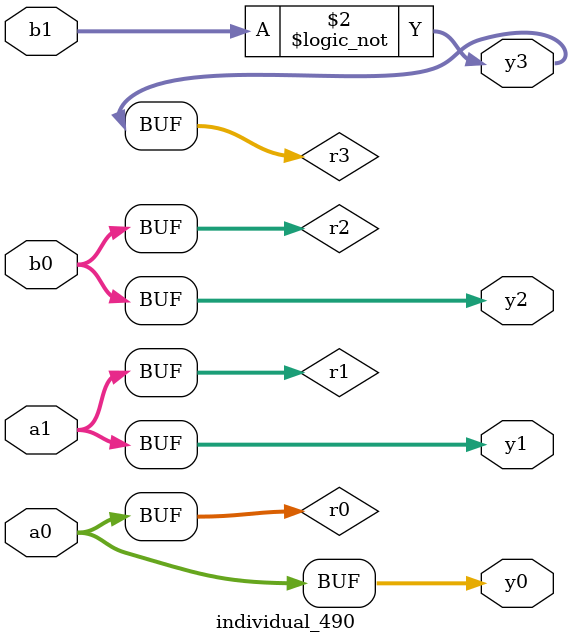
<source format=sv>
module individual_490(input logic [15:0] a1, input logic [15:0] a0, input logic [15:0] b1, input logic [15:0] b0, output logic [15:0] y3, output logic [15:0] y2, output logic [15:0] y1, output logic [15:0] y0);
logic [15:0] r0, r1, r2, r3; 
 always@(*) begin 
	 r0 = a0; r1 = a1; r2 = b0; r3 = b1; 
 	 r3 = ! b1 ;
 	 y3 = r3; y2 = r2; y1 = r1; y0 = r0; 
end
endmodule
</source>
